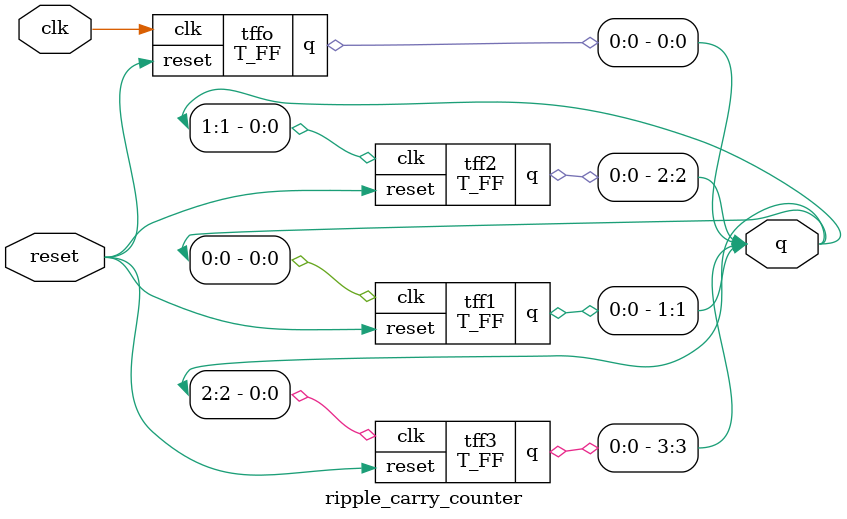
<source format=v>
module D_FF(q, d, clk, reset);
output q;
input d, clk, reset;
reg q;
always @(posedge reset or negedge clk)
if (reset)
q = 1'b0;
else
q = d;
endmodule
module T_FF(q, clk, reset);
output q;
input clk, reset;
wire d;
D_FF dff0(q, d, clk, reset);
not n1(d, q); 
endmodule
module ripple_carry_counter(q, clk, reset);
output [3:0] q;
input clk, reset;
T_FF tffo(q[0], clk, reset);
T_FF tff1(q[1], q[0], reset);
T_FF tff2(q[2], q[1], reset);
T_FF tff3(q[3], q[2], reset);
endmodule

</source>
